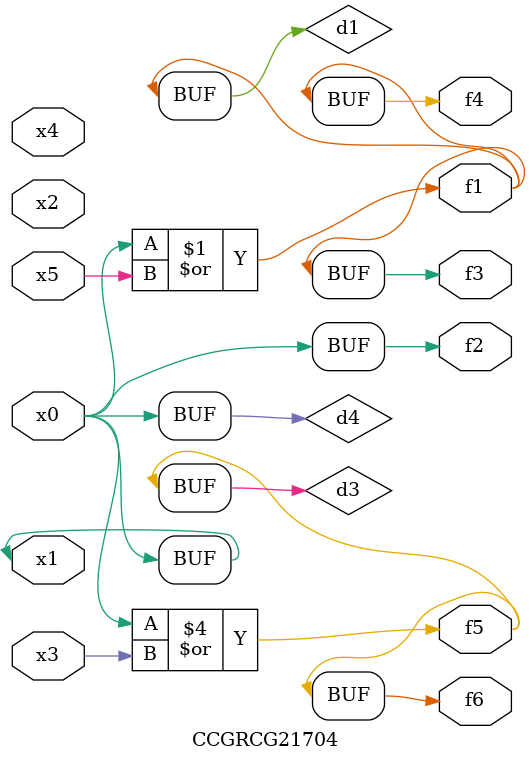
<source format=v>
module CCGRCG21704(
	input x0, x1, x2, x3, x4, x5,
	output f1, f2, f3, f4, f5, f6
);

	wire d1, d2, d3, d4;

	or (d1, x0, x5);
	xnor (d2, x1, x4);
	or (d3, x0, x3);
	buf (d4, x0, x1);
	assign f1 = d1;
	assign f2 = d4;
	assign f3 = d1;
	assign f4 = d1;
	assign f5 = d3;
	assign f6 = d3;
endmodule

</source>
